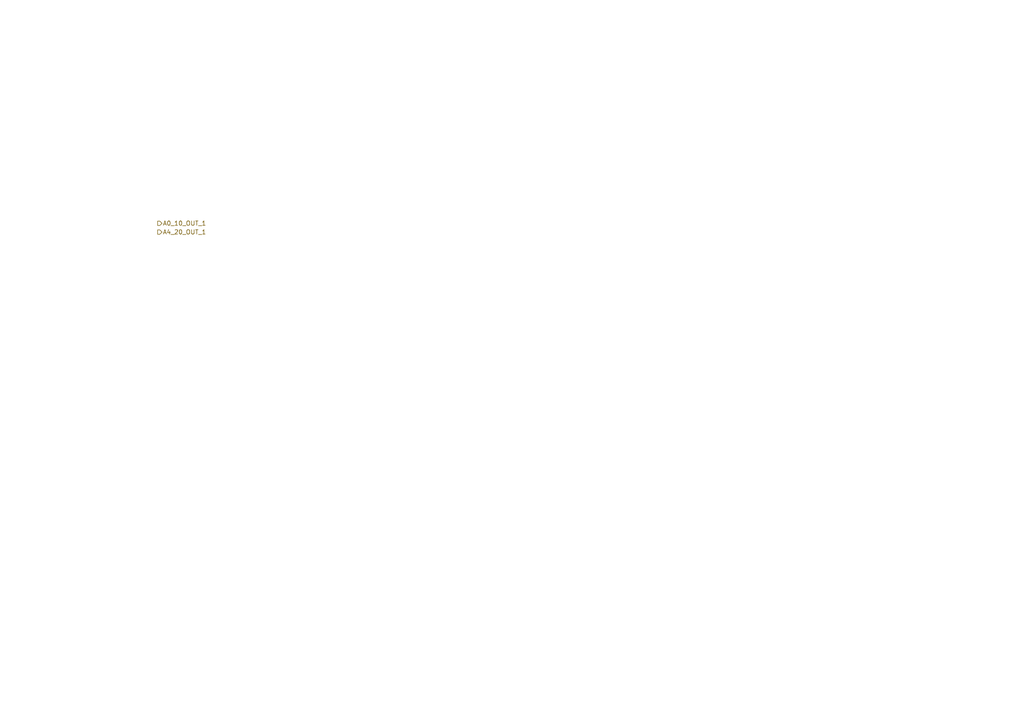
<source format=kicad_sch>
(kicad_sch
	(version 20250114)
	(generator "eeschema")
	(generator_version "9.0")
	(uuid "6f6c4ca9-2088-4e6c-a68a-57469704e515")
	(paper "A4")
	(lib_symbols)
	(hierarchical_label "A0_10_OUT_1"
		(shape output)
		(at 45.72 64.77 0)
		(effects
			(font
				(size 1.27 1.27)
			)
			(justify left)
		)
		(uuid "239aa683-42f5-42d6-a011-f3c64af028a2")
	)
	(hierarchical_label "A4_20_OUT_1"
		(shape output)
		(at 45.72 67.31 0)
		(effects
			(font
				(size 1.27 1.27)
			)
			(justify left)
		)
		(uuid "98e6bba5-b67c-4749-aa94-574d30b5ee83")
	)
)

</source>
